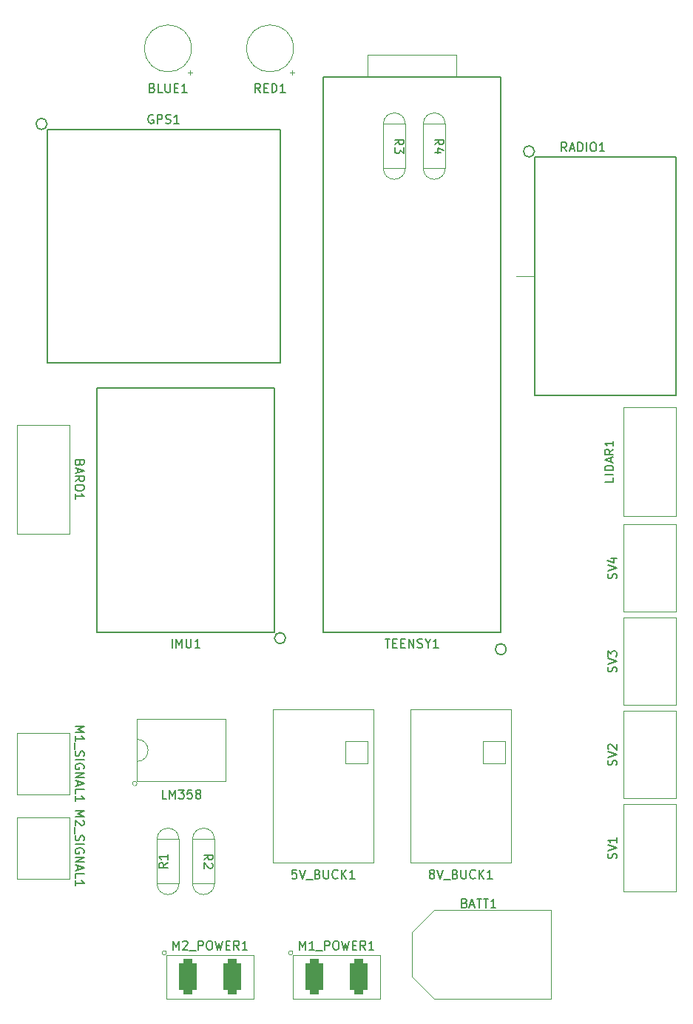
<source format=gto>
%TF.GenerationSoftware,KiCad,Pcbnew,(6.0.9)*%
%TF.CreationDate,2023-02-25T10:50:01-08:00*%
%TF.ProjectId,FlightBread,466c6967-6874-4427-9265-61642e6b6963,rev?*%
%TF.SameCoordinates,Original*%
%TF.FileFunction,Legend,Top*%
%TF.FilePolarity,Positive*%
%FSLAX46Y46*%
G04 Gerber Fmt 4.6, Leading zero omitted, Abs format (unit mm)*
G04 Created by KiCad (PCBNEW (6.0.9)) date 2023-02-25 10:50:01*
%MOMM*%
%LPD*%
G01*
G04 APERTURE LIST*
G04 Aperture macros list*
%AMRoundRect*
0 Rectangle with rounded corners*
0 $1 Rounding radius*
0 $2 $3 $4 $5 $6 $7 $8 $9 X,Y pos of 4 corners*
0 Add a 4 corners polygon primitive as box body*
4,1,4,$2,$3,$4,$5,$6,$7,$8,$9,$2,$3,0*
0 Add four circle primitives for the rounded corners*
1,1,$1+$1,$2,$3*
1,1,$1+$1,$4,$5*
1,1,$1+$1,$6,$7*
1,1,$1+$1,$8,$9*
0 Add four rect primitives between the rounded corners*
20,1,$1+$1,$2,$3,$4,$5,0*
20,1,$1+$1,$4,$5,$6,$7,0*
20,1,$1+$1,$6,$7,$8,$9,0*
20,1,$1+$1,$8,$9,$2,$3,0*%
G04 Aperture macros list end*
%ADD10C,0.150000*%
%ADD11C,0.120000*%
%ADD12C,0.203200*%
%ADD13C,1.524000*%
%ADD14C,1.800000*%
%ADD15C,6.000000*%
%ADD16C,0.600000*%
%ADD17RoundRect,0.500000X-0.500000X-1.500000X0.500000X-1.500000X0.500000X1.500000X-0.500000X1.500000X0*%
G04 APERTURE END LIST*
D10*
%TO.C,8V_BUCK1*%
X96163238Y-160916952D02*
X96068000Y-160869333D01*
X96020380Y-160821714D01*
X95972761Y-160726476D01*
X95972761Y-160678857D01*
X96020380Y-160583619D01*
X96068000Y-160536000D01*
X96163238Y-160488380D01*
X96353714Y-160488380D01*
X96448952Y-160536000D01*
X96496571Y-160583619D01*
X96544190Y-160678857D01*
X96544190Y-160726476D01*
X96496571Y-160821714D01*
X96448952Y-160869333D01*
X96353714Y-160916952D01*
X96163238Y-160916952D01*
X96068000Y-160964571D01*
X96020380Y-161012190D01*
X95972761Y-161107428D01*
X95972761Y-161297904D01*
X96020380Y-161393142D01*
X96068000Y-161440761D01*
X96163238Y-161488380D01*
X96353714Y-161488380D01*
X96448952Y-161440761D01*
X96496571Y-161393142D01*
X96544190Y-161297904D01*
X96544190Y-161107428D01*
X96496571Y-161012190D01*
X96448952Y-160964571D01*
X96353714Y-160916952D01*
X96829904Y-160488380D02*
X97163238Y-161488380D01*
X97496571Y-160488380D01*
X97591809Y-161583619D02*
X98353714Y-161583619D01*
X98925142Y-160964571D02*
X99068000Y-161012190D01*
X99115619Y-161059809D01*
X99163238Y-161155047D01*
X99163238Y-161297904D01*
X99115619Y-161393142D01*
X99068000Y-161440761D01*
X98972761Y-161488380D01*
X98591809Y-161488380D01*
X98591809Y-160488380D01*
X98925142Y-160488380D01*
X99020380Y-160536000D01*
X99068000Y-160583619D01*
X99115619Y-160678857D01*
X99115619Y-160774095D01*
X99068000Y-160869333D01*
X99020380Y-160916952D01*
X98925142Y-160964571D01*
X98591809Y-160964571D01*
X99591809Y-160488380D02*
X99591809Y-161297904D01*
X99639428Y-161393142D01*
X99687047Y-161440761D01*
X99782285Y-161488380D01*
X99972761Y-161488380D01*
X100068000Y-161440761D01*
X100115619Y-161393142D01*
X100163238Y-161297904D01*
X100163238Y-160488380D01*
X101210857Y-161393142D02*
X101163238Y-161440761D01*
X101020380Y-161488380D01*
X100925142Y-161488380D01*
X100782285Y-161440761D01*
X100687047Y-161345523D01*
X100639428Y-161250285D01*
X100591809Y-161059809D01*
X100591809Y-160916952D01*
X100639428Y-160726476D01*
X100687047Y-160631238D01*
X100782285Y-160536000D01*
X100925142Y-160488380D01*
X101020380Y-160488380D01*
X101163238Y-160536000D01*
X101210857Y-160583619D01*
X101639428Y-161488380D02*
X101639428Y-160488380D01*
X102210857Y-161488380D02*
X101782285Y-160916952D01*
X102210857Y-160488380D02*
X101639428Y-161059809D01*
X103163238Y-161488380D02*
X102591809Y-161488380D01*
X102877523Y-161488380D02*
X102877523Y-160488380D01*
X102782285Y-160631238D01*
X102687047Y-160726476D01*
X102591809Y-160774095D01*
%TO.C,BATT1*%
X100004761Y-164266571D02*
X100147619Y-164314190D01*
X100195238Y-164361809D01*
X100242857Y-164457047D01*
X100242857Y-164599904D01*
X100195238Y-164695142D01*
X100147619Y-164742761D01*
X100052380Y-164790380D01*
X99671428Y-164790380D01*
X99671428Y-163790380D01*
X100004761Y-163790380D01*
X100100000Y-163838000D01*
X100147619Y-163885619D01*
X100195238Y-163980857D01*
X100195238Y-164076095D01*
X100147619Y-164171333D01*
X100100000Y-164218952D01*
X100004761Y-164266571D01*
X99671428Y-164266571D01*
X100623809Y-164504666D02*
X101100000Y-164504666D01*
X100528571Y-164790380D02*
X100861904Y-163790380D01*
X101195238Y-164790380D01*
X101385714Y-163790380D02*
X101957142Y-163790380D01*
X101671428Y-164790380D02*
X101671428Y-163790380D01*
X102147619Y-163790380D02*
X102719047Y-163790380D01*
X102433333Y-164790380D02*
X102433333Y-163790380D01*
X103576190Y-164790380D02*
X103004761Y-164790380D01*
X103290476Y-164790380D02*
X103290476Y-163790380D01*
X103195238Y-163933238D01*
X103100000Y-164028476D01*
X103004761Y-164076095D01*
%TO.C,R2*%
X70151619Y-159345333D02*
X70627809Y-159012000D01*
X70151619Y-158773904D02*
X71151619Y-158773904D01*
X71151619Y-159154857D01*
X71104000Y-159250095D01*
X71056380Y-159297714D01*
X70961142Y-159345333D01*
X70818285Y-159345333D01*
X70723047Y-159297714D01*
X70675428Y-159250095D01*
X70627809Y-159154857D01*
X70627809Y-158773904D01*
X71056380Y-159726285D02*
X71104000Y-159773904D01*
X71151619Y-159869142D01*
X71151619Y-160107238D01*
X71104000Y-160202476D01*
X71056380Y-160250095D01*
X70961142Y-160297714D01*
X70865904Y-160297714D01*
X70723047Y-160250095D01*
X70151619Y-159678666D01*
X70151619Y-160297714D01*
%TO.C,R3*%
X91995619Y-77557333D02*
X92471809Y-77224000D01*
X91995619Y-76985904D02*
X92995619Y-76985904D01*
X92995619Y-77366857D01*
X92948000Y-77462095D01*
X92900380Y-77509714D01*
X92805142Y-77557333D01*
X92662285Y-77557333D01*
X92567047Y-77509714D01*
X92519428Y-77462095D01*
X92471809Y-77366857D01*
X92471809Y-76985904D01*
X92995619Y-77890666D02*
X92995619Y-78509714D01*
X92614666Y-78176380D01*
X92614666Y-78319238D01*
X92567047Y-78414476D01*
X92519428Y-78462095D01*
X92424190Y-78509714D01*
X92186095Y-78509714D01*
X92090857Y-78462095D01*
X92043238Y-78414476D01*
X91995619Y-78319238D01*
X91995619Y-78033523D01*
X92043238Y-77938285D01*
X92090857Y-77890666D01*
%TO.C,5V_BUCK1*%
X80748571Y-160488380D02*
X80272380Y-160488380D01*
X80224761Y-160964571D01*
X80272380Y-160916952D01*
X80367619Y-160869333D01*
X80605714Y-160869333D01*
X80700952Y-160916952D01*
X80748571Y-160964571D01*
X80796190Y-161059809D01*
X80796190Y-161297904D01*
X80748571Y-161393142D01*
X80700952Y-161440761D01*
X80605714Y-161488380D01*
X80367619Y-161488380D01*
X80272380Y-161440761D01*
X80224761Y-161393142D01*
X81081904Y-160488380D02*
X81415238Y-161488380D01*
X81748571Y-160488380D01*
X81843809Y-161583619D02*
X82605714Y-161583619D01*
X83177142Y-160964571D02*
X83320000Y-161012190D01*
X83367619Y-161059809D01*
X83415238Y-161155047D01*
X83415238Y-161297904D01*
X83367619Y-161393142D01*
X83320000Y-161440761D01*
X83224761Y-161488380D01*
X82843809Y-161488380D01*
X82843809Y-160488380D01*
X83177142Y-160488380D01*
X83272380Y-160536000D01*
X83320000Y-160583619D01*
X83367619Y-160678857D01*
X83367619Y-160774095D01*
X83320000Y-160869333D01*
X83272380Y-160916952D01*
X83177142Y-160964571D01*
X82843809Y-160964571D01*
X83843809Y-160488380D02*
X83843809Y-161297904D01*
X83891428Y-161393142D01*
X83939047Y-161440761D01*
X84034285Y-161488380D01*
X84224761Y-161488380D01*
X84320000Y-161440761D01*
X84367619Y-161393142D01*
X84415238Y-161297904D01*
X84415238Y-160488380D01*
X85462857Y-161393142D02*
X85415238Y-161440761D01*
X85272380Y-161488380D01*
X85177142Y-161488380D01*
X85034285Y-161440761D01*
X84939047Y-161345523D01*
X84891428Y-161250285D01*
X84843809Y-161059809D01*
X84843809Y-160916952D01*
X84891428Y-160726476D01*
X84939047Y-160631238D01*
X85034285Y-160536000D01*
X85177142Y-160488380D01*
X85272380Y-160488380D01*
X85415238Y-160536000D01*
X85462857Y-160583619D01*
X85891428Y-161488380D02*
X85891428Y-160488380D01*
X86462857Y-161488380D02*
X86034285Y-160916952D01*
X86462857Y-160488380D02*
X85891428Y-161059809D01*
X87415238Y-161488380D02*
X86843809Y-161488380D01*
X87129523Y-161488380D02*
X87129523Y-160488380D01*
X87034285Y-160631238D01*
X86939047Y-160726476D01*
X86843809Y-160774095D01*
%TO.C,M2_SIGNAL1*%
X55427619Y-153749904D02*
X56427619Y-153749904D01*
X55713333Y-154083238D01*
X56427619Y-154416571D01*
X55427619Y-154416571D01*
X56332380Y-154845142D02*
X56380000Y-154892761D01*
X56427619Y-154988000D01*
X56427619Y-155226095D01*
X56380000Y-155321333D01*
X56332380Y-155368952D01*
X56237142Y-155416571D01*
X56141904Y-155416571D01*
X55999047Y-155368952D01*
X55427619Y-154797523D01*
X55427619Y-155416571D01*
X55332380Y-155607047D02*
X55332380Y-156368952D01*
X55475238Y-156559428D02*
X55427619Y-156702285D01*
X55427619Y-156940380D01*
X55475238Y-157035619D01*
X55522857Y-157083238D01*
X55618095Y-157130857D01*
X55713333Y-157130857D01*
X55808571Y-157083238D01*
X55856190Y-157035619D01*
X55903809Y-156940380D01*
X55951428Y-156749904D01*
X55999047Y-156654666D01*
X56046666Y-156607047D01*
X56141904Y-156559428D01*
X56237142Y-156559428D01*
X56332380Y-156607047D01*
X56380000Y-156654666D01*
X56427619Y-156749904D01*
X56427619Y-156988000D01*
X56380000Y-157130857D01*
X55427619Y-157559428D02*
X56427619Y-157559428D01*
X56380000Y-158559428D02*
X56427619Y-158464190D01*
X56427619Y-158321333D01*
X56380000Y-158178476D01*
X56284761Y-158083238D01*
X56189523Y-158035619D01*
X55999047Y-157988000D01*
X55856190Y-157988000D01*
X55665714Y-158035619D01*
X55570476Y-158083238D01*
X55475238Y-158178476D01*
X55427619Y-158321333D01*
X55427619Y-158416571D01*
X55475238Y-158559428D01*
X55522857Y-158607047D01*
X55856190Y-158607047D01*
X55856190Y-158416571D01*
X55427619Y-159035619D02*
X56427619Y-159035619D01*
X55427619Y-159607047D01*
X56427619Y-159607047D01*
X55713333Y-160035619D02*
X55713333Y-160511809D01*
X55427619Y-159940380D02*
X56427619Y-160273714D01*
X55427619Y-160607047D01*
X55427619Y-161416571D02*
X55427619Y-160940380D01*
X56427619Y-160940380D01*
X55427619Y-162273714D02*
X55427619Y-161702285D01*
X55427619Y-161988000D02*
X56427619Y-161988000D01*
X56284761Y-161892761D01*
X56189523Y-161797523D01*
X56141904Y-161702285D01*
%TO.C,RADIO1*%
X111680857Y-78303380D02*
X111347523Y-77827190D01*
X111109428Y-78303380D02*
X111109428Y-77303380D01*
X111490380Y-77303380D01*
X111585619Y-77351000D01*
X111633238Y-77398619D01*
X111680857Y-77493857D01*
X111680857Y-77636714D01*
X111633238Y-77731952D01*
X111585619Y-77779571D01*
X111490380Y-77827190D01*
X111109428Y-77827190D01*
X112061809Y-78017666D02*
X112538000Y-78017666D01*
X111966571Y-78303380D02*
X112299904Y-77303380D01*
X112633238Y-78303380D01*
X112966571Y-78303380D02*
X112966571Y-77303380D01*
X113204666Y-77303380D01*
X113347523Y-77351000D01*
X113442761Y-77446238D01*
X113490380Y-77541476D01*
X113538000Y-77731952D01*
X113538000Y-77874809D01*
X113490380Y-78065285D01*
X113442761Y-78160523D01*
X113347523Y-78255761D01*
X113204666Y-78303380D01*
X112966571Y-78303380D01*
X113966571Y-78303380D02*
X113966571Y-77303380D01*
X114633238Y-77303380D02*
X114823714Y-77303380D01*
X114918952Y-77351000D01*
X115014190Y-77446238D01*
X115061809Y-77636714D01*
X115061809Y-77970047D01*
X115014190Y-78160523D01*
X114918952Y-78255761D01*
X114823714Y-78303380D01*
X114633238Y-78303380D01*
X114538000Y-78255761D01*
X114442761Y-78160523D01*
X114395142Y-77970047D01*
X114395142Y-77636714D01*
X114442761Y-77446238D01*
X114538000Y-77351000D01*
X114633238Y-77303380D01*
X116014190Y-78303380D02*
X115442761Y-78303380D01*
X115728476Y-78303380D02*
X115728476Y-77303380D01*
X115633238Y-77446238D01*
X115538000Y-77541476D01*
X115442761Y-77589095D01*
%TO.C,LM358*%
X65873523Y-152344380D02*
X65397333Y-152344380D01*
X65397333Y-151344380D01*
X66206857Y-152344380D02*
X66206857Y-151344380D01*
X66540190Y-152058666D01*
X66873523Y-151344380D01*
X66873523Y-152344380D01*
X67254476Y-151344380D02*
X67873523Y-151344380D01*
X67540190Y-151725333D01*
X67683047Y-151725333D01*
X67778285Y-151772952D01*
X67825904Y-151820571D01*
X67873523Y-151915809D01*
X67873523Y-152153904D01*
X67825904Y-152249142D01*
X67778285Y-152296761D01*
X67683047Y-152344380D01*
X67397333Y-152344380D01*
X67302095Y-152296761D01*
X67254476Y-152249142D01*
X68778285Y-151344380D02*
X68302095Y-151344380D01*
X68254476Y-151820571D01*
X68302095Y-151772952D01*
X68397333Y-151725333D01*
X68635428Y-151725333D01*
X68730666Y-151772952D01*
X68778285Y-151820571D01*
X68825904Y-151915809D01*
X68825904Y-152153904D01*
X68778285Y-152249142D01*
X68730666Y-152296761D01*
X68635428Y-152344380D01*
X68397333Y-152344380D01*
X68302095Y-152296761D01*
X68254476Y-152249142D01*
X69397333Y-151772952D02*
X69302095Y-151725333D01*
X69254476Y-151677714D01*
X69206857Y-151582476D01*
X69206857Y-151534857D01*
X69254476Y-151439619D01*
X69302095Y-151392000D01*
X69397333Y-151344380D01*
X69587809Y-151344380D01*
X69683047Y-151392000D01*
X69730666Y-151439619D01*
X69778285Y-151534857D01*
X69778285Y-151582476D01*
X69730666Y-151677714D01*
X69683047Y-151725333D01*
X69587809Y-151772952D01*
X69397333Y-151772952D01*
X69302095Y-151820571D01*
X69254476Y-151868190D01*
X69206857Y-151963428D01*
X69206857Y-152153904D01*
X69254476Y-152249142D01*
X69302095Y-152296761D01*
X69397333Y-152344380D01*
X69587809Y-152344380D01*
X69683047Y-152296761D01*
X69730666Y-152249142D01*
X69778285Y-152153904D01*
X69778285Y-151963428D01*
X69730666Y-151868190D01*
X69683047Y-151820571D01*
X69587809Y-151772952D01*
%TO.C,SV3*%
X117348761Y-137842476D02*
X117396380Y-137699619D01*
X117396380Y-137461523D01*
X117348761Y-137366285D01*
X117301142Y-137318666D01*
X117205904Y-137271047D01*
X117110666Y-137271047D01*
X117015428Y-137318666D01*
X116967809Y-137366285D01*
X116920190Y-137461523D01*
X116872571Y-137652000D01*
X116824952Y-137747238D01*
X116777333Y-137794857D01*
X116682095Y-137842476D01*
X116586857Y-137842476D01*
X116491619Y-137794857D01*
X116444000Y-137747238D01*
X116396380Y-137652000D01*
X116396380Y-137413904D01*
X116444000Y-137271047D01*
X116396380Y-136985333D02*
X117396380Y-136652000D01*
X116396380Y-136318666D01*
X116396380Y-136080571D02*
X116396380Y-135461523D01*
X116777333Y-135794857D01*
X116777333Y-135652000D01*
X116824952Y-135556761D01*
X116872571Y-135509142D01*
X116967809Y-135461523D01*
X117205904Y-135461523D01*
X117301142Y-135509142D01*
X117348761Y-135556761D01*
X117396380Y-135652000D01*
X117396380Y-135937714D01*
X117348761Y-136032952D01*
X117301142Y-136080571D01*
%TO.C,R4*%
X96567619Y-77557333D02*
X97043809Y-77224000D01*
X96567619Y-76985904D02*
X97567619Y-76985904D01*
X97567619Y-77366857D01*
X97520000Y-77462095D01*
X97472380Y-77509714D01*
X97377142Y-77557333D01*
X97234285Y-77557333D01*
X97139047Y-77509714D01*
X97091428Y-77462095D01*
X97043809Y-77366857D01*
X97043809Y-76985904D01*
X97234285Y-78414476D02*
X96567619Y-78414476D01*
X97615238Y-78176380D02*
X96900952Y-77938285D01*
X96900952Y-78557333D01*
%TO.C,SV1*%
X117348761Y-159178476D02*
X117396380Y-159035619D01*
X117396380Y-158797523D01*
X117348761Y-158702285D01*
X117301142Y-158654666D01*
X117205904Y-158607047D01*
X117110666Y-158607047D01*
X117015428Y-158654666D01*
X116967809Y-158702285D01*
X116920190Y-158797523D01*
X116872571Y-158988000D01*
X116824952Y-159083238D01*
X116777333Y-159130857D01*
X116682095Y-159178476D01*
X116586857Y-159178476D01*
X116491619Y-159130857D01*
X116444000Y-159083238D01*
X116396380Y-158988000D01*
X116396380Y-158749904D01*
X116444000Y-158607047D01*
X116396380Y-158321333D02*
X117396380Y-157988000D01*
X116396380Y-157654666D01*
X117396380Y-156797523D02*
X117396380Y-157368952D01*
X117396380Y-157083238D02*
X116396380Y-157083238D01*
X116539238Y-157178476D01*
X116634476Y-157273714D01*
X116682095Y-157368952D01*
%TO.C,SV2*%
X117348761Y-148510476D02*
X117396380Y-148367619D01*
X117396380Y-148129523D01*
X117348761Y-148034285D01*
X117301142Y-147986666D01*
X117205904Y-147939047D01*
X117110666Y-147939047D01*
X117015428Y-147986666D01*
X116967809Y-148034285D01*
X116920190Y-148129523D01*
X116872571Y-148320000D01*
X116824952Y-148415238D01*
X116777333Y-148462857D01*
X116682095Y-148510476D01*
X116586857Y-148510476D01*
X116491619Y-148462857D01*
X116444000Y-148415238D01*
X116396380Y-148320000D01*
X116396380Y-148081904D01*
X116444000Y-147939047D01*
X116396380Y-147653333D02*
X117396380Y-147320000D01*
X116396380Y-146986666D01*
X116491619Y-146700952D02*
X116444000Y-146653333D01*
X116396380Y-146558095D01*
X116396380Y-146320000D01*
X116444000Y-146224761D01*
X116491619Y-146177142D01*
X116586857Y-146129523D01*
X116682095Y-146129523D01*
X116824952Y-146177142D01*
X117396380Y-146748571D01*
X117396380Y-146129523D01*
%TO.C,TEENSY1*%
X90884761Y-134072380D02*
X91456190Y-134072380D01*
X91170476Y-135072380D02*
X91170476Y-134072380D01*
X91789523Y-134548571D02*
X92122857Y-134548571D01*
X92265714Y-135072380D02*
X91789523Y-135072380D01*
X91789523Y-134072380D01*
X92265714Y-134072380D01*
X92694285Y-134548571D02*
X93027619Y-134548571D01*
X93170476Y-135072380D02*
X92694285Y-135072380D01*
X92694285Y-134072380D01*
X93170476Y-134072380D01*
X93599047Y-135072380D02*
X93599047Y-134072380D01*
X94170476Y-135072380D01*
X94170476Y-134072380D01*
X94599047Y-135024761D02*
X94741904Y-135072380D01*
X94980000Y-135072380D01*
X95075238Y-135024761D01*
X95122857Y-134977142D01*
X95170476Y-134881904D01*
X95170476Y-134786666D01*
X95122857Y-134691428D01*
X95075238Y-134643809D01*
X94980000Y-134596190D01*
X94789523Y-134548571D01*
X94694285Y-134500952D01*
X94646666Y-134453333D01*
X94599047Y-134358095D01*
X94599047Y-134262857D01*
X94646666Y-134167619D01*
X94694285Y-134120000D01*
X94789523Y-134072380D01*
X95027619Y-134072380D01*
X95170476Y-134120000D01*
X95789523Y-134596190D02*
X95789523Y-135072380D01*
X95456190Y-134072380D02*
X95789523Y-134596190D01*
X96122857Y-134072380D01*
X96980000Y-135072380D02*
X96408571Y-135072380D01*
X96694285Y-135072380D02*
X96694285Y-134072380D01*
X96599047Y-134215238D01*
X96503809Y-134310476D01*
X96408571Y-134358095D01*
%TO.C,GPS1*%
X64341523Y-74176000D02*
X64246285Y-74128380D01*
X64103428Y-74128380D01*
X63960571Y-74176000D01*
X63865333Y-74271238D01*
X63817714Y-74366476D01*
X63770095Y-74556952D01*
X63770095Y-74699809D01*
X63817714Y-74890285D01*
X63865333Y-74985523D01*
X63960571Y-75080761D01*
X64103428Y-75128380D01*
X64198666Y-75128380D01*
X64341523Y-75080761D01*
X64389142Y-75033142D01*
X64389142Y-74699809D01*
X64198666Y-74699809D01*
X64817714Y-75128380D02*
X64817714Y-74128380D01*
X65198666Y-74128380D01*
X65293904Y-74176000D01*
X65341523Y-74223619D01*
X65389142Y-74318857D01*
X65389142Y-74461714D01*
X65341523Y-74556952D01*
X65293904Y-74604571D01*
X65198666Y-74652190D01*
X64817714Y-74652190D01*
X65770095Y-75080761D02*
X65912952Y-75128380D01*
X66151047Y-75128380D01*
X66246285Y-75080761D01*
X66293904Y-75033142D01*
X66341523Y-74937904D01*
X66341523Y-74842666D01*
X66293904Y-74747428D01*
X66246285Y-74699809D01*
X66151047Y-74652190D01*
X65960571Y-74604571D01*
X65865333Y-74556952D01*
X65817714Y-74509333D01*
X65770095Y-74414095D01*
X65770095Y-74318857D01*
X65817714Y-74223619D01*
X65865333Y-74176000D01*
X65960571Y-74128380D01*
X66198666Y-74128380D01*
X66341523Y-74176000D01*
X67293904Y-75128380D02*
X66722476Y-75128380D01*
X67008190Y-75128380D02*
X67008190Y-74128380D01*
X66912952Y-74271238D01*
X66817714Y-74366476D01*
X66722476Y-74414095D01*
%TO.C,LIDAR1*%
X117038380Y-115625333D02*
X117038380Y-116101523D01*
X116038380Y-116101523D01*
X117038380Y-115292000D02*
X116038380Y-115292000D01*
X117038380Y-114815809D02*
X116038380Y-114815809D01*
X116038380Y-114577714D01*
X116086000Y-114434857D01*
X116181238Y-114339619D01*
X116276476Y-114292000D01*
X116466952Y-114244380D01*
X116609809Y-114244380D01*
X116800285Y-114292000D01*
X116895523Y-114339619D01*
X116990761Y-114434857D01*
X117038380Y-114577714D01*
X117038380Y-114815809D01*
X116752666Y-113863428D02*
X116752666Y-113387238D01*
X117038380Y-113958666D02*
X116038380Y-113625333D01*
X117038380Y-113292000D01*
X117038380Y-112387238D02*
X116562190Y-112720571D01*
X117038380Y-112958666D02*
X116038380Y-112958666D01*
X116038380Y-112577714D01*
X116086000Y-112482476D01*
X116133619Y-112434857D01*
X116228857Y-112387238D01*
X116371714Y-112387238D01*
X116466952Y-112434857D01*
X116514571Y-112482476D01*
X116562190Y-112577714D01*
X116562190Y-112958666D01*
X117038380Y-111434857D02*
X117038380Y-112006285D01*
X117038380Y-111720571D02*
X116038380Y-111720571D01*
X116181238Y-111815809D01*
X116276476Y-111911047D01*
X116324095Y-112006285D01*
%TO.C,BLUE1*%
X64254285Y-71048571D02*
X64397142Y-71096190D01*
X64444761Y-71143809D01*
X64492380Y-71239047D01*
X64492380Y-71381904D01*
X64444761Y-71477142D01*
X64397142Y-71524761D01*
X64301904Y-71572380D01*
X63920952Y-71572380D01*
X63920952Y-70572380D01*
X64254285Y-70572380D01*
X64349523Y-70620000D01*
X64397142Y-70667619D01*
X64444761Y-70762857D01*
X64444761Y-70858095D01*
X64397142Y-70953333D01*
X64349523Y-71000952D01*
X64254285Y-71048571D01*
X63920952Y-71048571D01*
X65397142Y-71572380D02*
X64920952Y-71572380D01*
X64920952Y-70572380D01*
X65730476Y-70572380D02*
X65730476Y-71381904D01*
X65778095Y-71477142D01*
X65825714Y-71524761D01*
X65920952Y-71572380D01*
X66111428Y-71572380D01*
X66206666Y-71524761D01*
X66254285Y-71477142D01*
X66301904Y-71381904D01*
X66301904Y-70572380D01*
X66778095Y-71048571D02*
X67111428Y-71048571D01*
X67254285Y-71572380D02*
X66778095Y-71572380D01*
X66778095Y-70572380D01*
X67254285Y-70572380D01*
X68206666Y-71572380D02*
X67635238Y-71572380D01*
X67920952Y-71572380D02*
X67920952Y-70572380D01*
X67825714Y-70715238D01*
X67730476Y-70810476D01*
X67635238Y-70858095D01*
%TO.C,R1*%
X65992380Y-159678666D02*
X65516190Y-160012000D01*
X65992380Y-160250095D02*
X64992380Y-160250095D01*
X64992380Y-159869142D01*
X65040000Y-159773904D01*
X65087619Y-159726285D01*
X65182857Y-159678666D01*
X65325714Y-159678666D01*
X65420952Y-159726285D01*
X65468571Y-159773904D01*
X65516190Y-159869142D01*
X65516190Y-160250095D01*
X65992380Y-158726285D02*
X65992380Y-159297714D01*
X65992380Y-159012000D02*
X64992380Y-159012000D01*
X65135238Y-159107238D01*
X65230476Y-159202476D01*
X65278095Y-159297714D01*
%TO.C,IMU1*%
X66500571Y-135072380D02*
X66500571Y-134072380D01*
X66976761Y-135072380D02*
X66976761Y-134072380D01*
X67310095Y-134786666D01*
X67643428Y-134072380D01*
X67643428Y-135072380D01*
X68119619Y-134072380D02*
X68119619Y-134881904D01*
X68167238Y-134977142D01*
X68214857Y-135024761D01*
X68310095Y-135072380D01*
X68500571Y-135072380D01*
X68595809Y-135024761D01*
X68643428Y-134977142D01*
X68691047Y-134881904D01*
X68691047Y-134072380D01*
X69691047Y-135072380D02*
X69119619Y-135072380D01*
X69405333Y-135072380D02*
X69405333Y-134072380D01*
X69310095Y-134215238D01*
X69214857Y-134310476D01*
X69119619Y-134358095D01*
%TO.C,M2_POWER1*%
X66651714Y-169616380D02*
X66651714Y-168616380D01*
X66985047Y-169330666D01*
X67318380Y-168616380D01*
X67318380Y-169616380D01*
X67746952Y-168711619D02*
X67794571Y-168664000D01*
X67889809Y-168616380D01*
X68127904Y-168616380D01*
X68223142Y-168664000D01*
X68270761Y-168711619D01*
X68318380Y-168806857D01*
X68318380Y-168902095D01*
X68270761Y-169044952D01*
X67699333Y-169616380D01*
X68318380Y-169616380D01*
X68508857Y-169711619D02*
X69270761Y-169711619D01*
X69508857Y-169616380D02*
X69508857Y-168616380D01*
X69889809Y-168616380D01*
X69985047Y-168664000D01*
X70032666Y-168711619D01*
X70080285Y-168806857D01*
X70080285Y-168949714D01*
X70032666Y-169044952D01*
X69985047Y-169092571D01*
X69889809Y-169140190D01*
X69508857Y-169140190D01*
X70699333Y-168616380D02*
X70889809Y-168616380D01*
X70985047Y-168664000D01*
X71080285Y-168759238D01*
X71127904Y-168949714D01*
X71127904Y-169283047D01*
X71080285Y-169473523D01*
X70985047Y-169568761D01*
X70889809Y-169616380D01*
X70699333Y-169616380D01*
X70604095Y-169568761D01*
X70508857Y-169473523D01*
X70461238Y-169283047D01*
X70461238Y-168949714D01*
X70508857Y-168759238D01*
X70604095Y-168664000D01*
X70699333Y-168616380D01*
X71461238Y-168616380D02*
X71699333Y-169616380D01*
X71889809Y-168902095D01*
X72080285Y-169616380D01*
X72318380Y-168616380D01*
X72699333Y-169092571D02*
X73032666Y-169092571D01*
X73175523Y-169616380D02*
X72699333Y-169616380D01*
X72699333Y-168616380D01*
X73175523Y-168616380D01*
X74175523Y-169616380D02*
X73842190Y-169140190D01*
X73604095Y-169616380D02*
X73604095Y-168616380D01*
X73985047Y-168616380D01*
X74080285Y-168664000D01*
X74127904Y-168711619D01*
X74175523Y-168806857D01*
X74175523Y-168949714D01*
X74127904Y-169044952D01*
X74080285Y-169092571D01*
X73985047Y-169140190D01*
X73604095Y-169140190D01*
X75127904Y-169616380D02*
X74556476Y-169616380D01*
X74842190Y-169616380D02*
X74842190Y-168616380D01*
X74746952Y-168759238D01*
X74651714Y-168854476D01*
X74556476Y-168902095D01*
%TO.C,M1_SIGNAL1*%
X55427619Y-144097904D02*
X56427619Y-144097904D01*
X55713333Y-144431238D01*
X56427619Y-144764571D01*
X55427619Y-144764571D01*
X55427619Y-145764571D02*
X55427619Y-145193142D01*
X55427619Y-145478857D02*
X56427619Y-145478857D01*
X56284761Y-145383619D01*
X56189523Y-145288380D01*
X56141904Y-145193142D01*
X55332380Y-145955047D02*
X55332380Y-146716952D01*
X55475238Y-146907428D02*
X55427619Y-147050285D01*
X55427619Y-147288380D01*
X55475238Y-147383619D01*
X55522857Y-147431238D01*
X55618095Y-147478857D01*
X55713333Y-147478857D01*
X55808571Y-147431238D01*
X55856190Y-147383619D01*
X55903809Y-147288380D01*
X55951428Y-147097904D01*
X55999047Y-147002666D01*
X56046666Y-146955047D01*
X56141904Y-146907428D01*
X56237142Y-146907428D01*
X56332380Y-146955047D01*
X56380000Y-147002666D01*
X56427619Y-147097904D01*
X56427619Y-147336000D01*
X56380000Y-147478857D01*
X55427619Y-147907428D02*
X56427619Y-147907428D01*
X56380000Y-148907428D02*
X56427619Y-148812190D01*
X56427619Y-148669333D01*
X56380000Y-148526476D01*
X56284761Y-148431238D01*
X56189523Y-148383619D01*
X55999047Y-148336000D01*
X55856190Y-148336000D01*
X55665714Y-148383619D01*
X55570476Y-148431238D01*
X55475238Y-148526476D01*
X55427619Y-148669333D01*
X55427619Y-148764571D01*
X55475238Y-148907428D01*
X55522857Y-148955047D01*
X55856190Y-148955047D01*
X55856190Y-148764571D01*
X55427619Y-149383619D02*
X56427619Y-149383619D01*
X55427619Y-149955047D01*
X56427619Y-149955047D01*
X55713333Y-150383619D02*
X55713333Y-150859809D01*
X55427619Y-150288380D02*
X56427619Y-150621714D01*
X55427619Y-150955047D01*
X55427619Y-151764571D02*
X55427619Y-151288380D01*
X56427619Y-151288380D01*
X55427619Y-152621714D02*
X55427619Y-152050285D01*
X55427619Y-152336000D02*
X56427619Y-152336000D01*
X56284761Y-152240761D01*
X56189523Y-152145523D01*
X56141904Y-152050285D01*
%TO.C,BARO1*%
X55951428Y-113966857D02*
X55903809Y-114109714D01*
X55856190Y-114157333D01*
X55760952Y-114204952D01*
X55618095Y-114204952D01*
X55522857Y-114157333D01*
X55475238Y-114109714D01*
X55427619Y-114014476D01*
X55427619Y-113633523D01*
X56427619Y-113633523D01*
X56427619Y-113966857D01*
X56380000Y-114062095D01*
X56332380Y-114109714D01*
X56237142Y-114157333D01*
X56141904Y-114157333D01*
X56046666Y-114109714D01*
X55999047Y-114062095D01*
X55951428Y-113966857D01*
X55951428Y-113633523D01*
X55713333Y-114585904D02*
X55713333Y-115062095D01*
X55427619Y-114490666D02*
X56427619Y-114824000D01*
X55427619Y-115157333D01*
X55427619Y-116062095D02*
X55903809Y-115728761D01*
X55427619Y-115490666D02*
X56427619Y-115490666D01*
X56427619Y-115871619D01*
X56380000Y-115966857D01*
X56332380Y-116014476D01*
X56237142Y-116062095D01*
X56094285Y-116062095D01*
X55999047Y-116014476D01*
X55951428Y-115966857D01*
X55903809Y-115871619D01*
X55903809Y-115490666D01*
X56427619Y-116681142D02*
X56427619Y-116871619D01*
X56380000Y-116966857D01*
X56284761Y-117062095D01*
X56094285Y-117109714D01*
X55760952Y-117109714D01*
X55570476Y-117062095D01*
X55475238Y-116966857D01*
X55427619Y-116871619D01*
X55427619Y-116681142D01*
X55475238Y-116585904D01*
X55570476Y-116490666D01*
X55760952Y-116443047D01*
X56094285Y-116443047D01*
X56284761Y-116490666D01*
X56380000Y-116585904D01*
X56427619Y-116681142D01*
X55427619Y-118062095D02*
X55427619Y-117490666D01*
X55427619Y-117776380D02*
X56427619Y-117776380D01*
X56284761Y-117681142D01*
X56189523Y-117585904D01*
X56141904Y-117490666D01*
%TO.C,M1_POWER1*%
X81129714Y-169616380D02*
X81129714Y-168616380D01*
X81463047Y-169330666D01*
X81796380Y-168616380D01*
X81796380Y-169616380D01*
X82796380Y-169616380D02*
X82224952Y-169616380D01*
X82510666Y-169616380D02*
X82510666Y-168616380D01*
X82415428Y-168759238D01*
X82320190Y-168854476D01*
X82224952Y-168902095D01*
X82986857Y-169711619D02*
X83748761Y-169711619D01*
X83986857Y-169616380D02*
X83986857Y-168616380D01*
X84367809Y-168616380D01*
X84463047Y-168664000D01*
X84510666Y-168711619D01*
X84558285Y-168806857D01*
X84558285Y-168949714D01*
X84510666Y-169044952D01*
X84463047Y-169092571D01*
X84367809Y-169140190D01*
X83986857Y-169140190D01*
X85177333Y-168616380D02*
X85367809Y-168616380D01*
X85463047Y-168664000D01*
X85558285Y-168759238D01*
X85605904Y-168949714D01*
X85605904Y-169283047D01*
X85558285Y-169473523D01*
X85463047Y-169568761D01*
X85367809Y-169616380D01*
X85177333Y-169616380D01*
X85082095Y-169568761D01*
X84986857Y-169473523D01*
X84939238Y-169283047D01*
X84939238Y-168949714D01*
X84986857Y-168759238D01*
X85082095Y-168664000D01*
X85177333Y-168616380D01*
X85939238Y-168616380D02*
X86177333Y-169616380D01*
X86367809Y-168902095D01*
X86558285Y-169616380D01*
X86796380Y-168616380D01*
X87177333Y-169092571D02*
X87510666Y-169092571D01*
X87653523Y-169616380D02*
X87177333Y-169616380D01*
X87177333Y-168616380D01*
X87653523Y-168616380D01*
X88653523Y-169616380D02*
X88320190Y-169140190D01*
X88082095Y-169616380D02*
X88082095Y-168616380D01*
X88463047Y-168616380D01*
X88558285Y-168664000D01*
X88605904Y-168711619D01*
X88653523Y-168806857D01*
X88653523Y-168949714D01*
X88605904Y-169044952D01*
X88558285Y-169092571D01*
X88463047Y-169140190D01*
X88082095Y-169140190D01*
X89605904Y-169616380D02*
X89034476Y-169616380D01*
X89320190Y-169616380D02*
X89320190Y-168616380D01*
X89224952Y-168759238D01*
X89129714Y-168854476D01*
X89034476Y-168902095D01*
%TO.C,SV4*%
X117348761Y-127174476D02*
X117396380Y-127031619D01*
X117396380Y-126793523D01*
X117348761Y-126698285D01*
X117301142Y-126650666D01*
X117205904Y-126603047D01*
X117110666Y-126603047D01*
X117015428Y-126650666D01*
X116967809Y-126698285D01*
X116920190Y-126793523D01*
X116872571Y-126984000D01*
X116824952Y-127079238D01*
X116777333Y-127126857D01*
X116682095Y-127174476D01*
X116586857Y-127174476D01*
X116491619Y-127126857D01*
X116444000Y-127079238D01*
X116396380Y-126984000D01*
X116396380Y-126745904D01*
X116444000Y-126603047D01*
X116396380Y-126317333D02*
X117396380Y-125984000D01*
X116396380Y-125650666D01*
X116729714Y-124888761D02*
X117396380Y-124888761D01*
X116348761Y-125126857D02*
X117063047Y-125364952D01*
X117063047Y-124745904D01*
%TO.C,RED1*%
X76604952Y-71572380D02*
X76271619Y-71096190D01*
X76033523Y-71572380D02*
X76033523Y-70572380D01*
X76414476Y-70572380D01*
X76509714Y-70620000D01*
X76557333Y-70667619D01*
X76604952Y-70762857D01*
X76604952Y-70905714D01*
X76557333Y-71000952D01*
X76509714Y-71048571D01*
X76414476Y-71096190D01*
X76033523Y-71096190D01*
X77033523Y-71048571D02*
X77366857Y-71048571D01*
X77509714Y-71572380D02*
X77033523Y-71572380D01*
X77033523Y-70572380D01*
X77509714Y-70572380D01*
X77938285Y-71572380D02*
X77938285Y-70572380D01*
X78176380Y-70572380D01*
X78319238Y-70620000D01*
X78414476Y-70715238D01*
X78462095Y-70810476D01*
X78509714Y-71000952D01*
X78509714Y-71143809D01*
X78462095Y-71334285D01*
X78414476Y-71429523D01*
X78319238Y-71524761D01*
X78176380Y-71572380D01*
X77938285Y-71572380D01*
X79462095Y-71572380D02*
X78890666Y-71572380D01*
X79176380Y-71572380D02*
X79176380Y-70572380D01*
X79081142Y-70715238D01*
X78985904Y-70810476D01*
X78890666Y-70858095D01*
D11*
%TO.C,8V_BUCK1*%
X102108000Y-148336000D02*
X104648000Y-148336000D01*
X104648000Y-148336000D02*
X104648000Y-145796000D01*
X104648000Y-145796000D02*
X102108000Y-145796000D01*
X102108000Y-145796000D02*
X102108000Y-148336000D01*
X105318000Y-142126000D02*
X93818000Y-142126000D01*
X93818000Y-142126000D02*
X93818000Y-159626000D01*
X93818000Y-159626000D02*
X105318000Y-159626000D01*
X105318000Y-159626000D02*
X105318000Y-142126000D01*
%TO.C,BATT1*%
X109855000Y-175260000D02*
X109855000Y-165100000D01*
X96520000Y-175260000D02*
X109855000Y-175260000D01*
X93980000Y-167640000D02*
X96520000Y-165100000D01*
X93980000Y-172720000D02*
X96520000Y-175260000D01*
X109855000Y-165100000D02*
X96520000Y-165100000D01*
X93980000Y-167640000D02*
X93980000Y-172720000D01*
%TO.C,R2*%
X68854000Y-156972000D02*
X68854000Y-162052000D01*
X71354000Y-162052000D02*
X68854000Y-162052000D01*
X71354000Y-156972000D02*
X71354000Y-162052000D01*
X71354000Y-156972000D02*
X68854000Y-156972000D01*
X71354000Y-156972000D02*
G75*
G03*
X68854000Y-156972000I-1250000J0D01*
G01*
X68854000Y-162052000D02*
G75*
G03*
X71354000Y-162052000I1250000J0D01*
G01*
%TO.C,R3*%
X93198000Y-75184000D02*
X93198000Y-80264000D01*
X90698000Y-75184000D02*
X90698000Y-80264000D01*
X93198000Y-75184000D02*
X90698000Y-75184000D01*
X93198000Y-80264000D02*
X90698000Y-80264000D01*
X90698000Y-80264000D02*
G75*
G03*
X93198000Y-80264000I1250000J0D01*
G01*
X93198000Y-75184000D02*
G75*
G03*
X90698000Y-75184000I-1250000J0D01*
G01*
%TO.C,5V_BUCK1*%
X86360000Y-148336000D02*
X88900000Y-148336000D01*
X88900000Y-148336000D02*
X88900000Y-145796000D01*
X88900000Y-145796000D02*
X86360000Y-145796000D01*
X86360000Y-145796000D02*
X86360000Y-148336000D01*
X89570000Y-142126000D02*
X78070000Y-142126000D01*
X78070000Y-142126000D02*
X78070000Y-159626000D01*
X78070000Y-159626000D02*
X89570000Y-159626000D01*
X89570000Y-159626000D02*
X89570000Y-142126000D01*
%TO.C,M2_SIGNAL1*%
X48758000Y-161488000D02*
X54758000Y-161488000D01*
X54758000Y-161488000D02*
X54758000Y-154488000D01*
X54758000Y-154488000D02*
X48758000Y-154488000D01*
X48758000Y-154488000D02*
X48758000Y-161488000D01*
%TO.C,RADIO1*%
X107995875Y-92583000D02*
X105919425Y-92583000D01*
D12*
X107995875Y-106203750D02*
X124162975Y-106203750D01*
X124162975Y-106203750D02*
X124162975Y-78962250D01*
X124162975Y-78962250D02*
X107995875Y-78962250D01*
X107995875Y-78962250D02*
X107995875Y-106203750D01*
X107995875Y-78327250D02*
G75*
G03*
X107995875Y-78327250I-635000J0D01*
G01*
D11*
%TO.C,LM358*%
X62484000Y-150367000D02*
X72644000Y-150367000D01*
X72644000Y-150367000D02*
X72644000Y-143257000D01*
X72644000Y-143257000D02*
X62484000Y-143257000D01*
X62484000Y-143257000D02*
X62484000Y-150367000D01*
X62484000Y-148082000D02*
G75*
G03*
X62484000Y-145542000I0J1270000D01*
G01*
X62484000Y-150617000D02*
G75*
G03*
X62484000Y-150617000I-250000J0D01*
G01*
%TO.C,SV3*%
X124206000Y-136652000D02*
X124216000Y-136652000D01*
X124216000Y-141652000D02*
X118216000Y-141652000D01*
X118216000Y-141652000D02*
X118216000Y-131652000D01*
X118216000Y-131652000D02*
X124216000Y-131652000D01*
X124216000Y-131652000D02*
X124216000Y-141652000D01*
%TO.C,R4*%
X97770000Y-75184000D02*
X95270000Y-75184000D01*
X97770000Y-80264000D02*
X95270000Y-80264000D01*
X97770000Y-75184000D02*
X97770000Y-80264000D01*
X95270000Y-75184000D02*
X95270000Y-80264000D01*
X95270000Y-80264000D02*
G75*
G03*
X97770000Y-80264000I1250000J0D01*
G01*
X97770000Y-75184000D02*
G75*
G03*
X95270000Y-75184000I-1250000J0D01*
G01*
%TO.C,SV1*%
X124206000Y-157988000D02*
X124216000Y-157988000D01*
X124216000Y-162988000D02*
X118216000Y-162988000D01*
X118216000Y-162988000D02*
X118216000Y-152988000D01*
X118216000Y-152988000D02*
X124216000Y-152988000D01*
X124216000Y-152988000D02*
X124216000Y-162988000D01*
%TO.C,SV2*%
X124206000Y-147320000D02*
X124216000Y-147320000D01*
X124216000Y-152320000D02*
X118216000Y-152320000D01*
X118216000Y-152320000D02*
X118216000Y-142320000D01*
X118216000Y-142320000D02*
X124216000Y-142320000D01*
X124216000Y-142320000D02*
X124216000Y-152320000D01*
D12*
%TO.C,TEENSY1*%
X104140000Y-133350000D02*
X83820000Y-133350000D01*
X83820000Y-133350000D02*
X83820000Y-69850000D01*
X83820000Y-69850000D02*
X104140000Y-69850000D01*
X104140000Y-69850000D02*
X104140000Y-133350000D01*
D11*
X99060000Y-69850000D02*
X88900000Y-69850000D01*
X88900000Y-69850000D02*
X88900000Y-67310000D01*
X88900000Y-67310000D02*
X99060000Y-67310000D01*
X99060000Y-67310000D02*
X99060000Y-69850000D01*
D12*
X104775000Y-135255000D02*
G75*
G03*
X104775000Y-135255000I-635000J0D01*
G01*
%TO.C,GPS1*%
X52197000Y-75819000D02*
X78867000Y-75819000D01*
X78867000Y-75819000D02*
X78867000Y-102489000D01*
X78867000Y-102489000D02*
X52197000Y-102489000D01*
X52197000Y-102489000D02*
X52197000Y-75819000D01*
X52197000Y-75184000D02*
G75*
G03*
X52197000Y-75184000I-635000J0D01*
G01*
D11*
%TO.C,LIDAR1*%
X124216000Y-120042000D02*
X118216000Y-120042000D01*
X118216000Y-120042000D02*
X118216000Y-107542000D01*
X118216000Y-107542000D02*
X124216000Y-107542000D01*
X124216000Y-107542000D02*
X124216000Y-120042000D01*
%TO.C,BLUE1*%
X68790000Y-69298000D02*
X68290000Y-69298000D01*
X68540000Y-69548000D02*
X68540000Y-69048000D01*
X68720000Y-66548000D02*
G75*
G03*
X68720000Y-66548000I-2680000J0D01*
G01*
%TO.C,R1*%
X67290000Y-162052000D02*
X67290000Y-156972000D01*
X64790000Y-162052000D02*
X67290000Y-162052000D01*
X64790000Y-156972000D02*
X67290000Y-156972000D01*
X64790000Y-162052000D02*
X64790000Y-156972000D01*
X67290000Y-156972000D02*
G75*
G03*
X64790000Y-156972000I-1250000J0D01*
G01*
X64790000Y-162052000D02*
G75*
G03*
X67290000Y-162052000I1250000J0D01*
G01*
D12*
%TO.C,IMU1*%
X57912000Y-133350000D02*
X78232000Y-133350000D01*
X78232000Y-133350000D02*
X78232000Y-105410000D01*
X78232000Y-105410000D02*
X57912000Y-105410000D01*
X57912000Y-105410000D02*
X57912000Y-133350000D01*
X79502000Y-133985000D02*
G75*
G03*
X79502000Y-133985000I-635000J0D01*
G01*
D11*
%TO.C,M2_POWER1*%
X65866000Y-175220000D02*
X75866000Y-175220000D01*
X75866000Y-175220000D02*
X75866000Y-170220000D01*
X75866000Y-170220000D02*
X65866000Y-170220000D01*
X65866000Y-170220000D02*
X65866000Y-175220000D01*
X65866000Y-169970000D02*
G75*
G03*
X65866000Y-169970000I-250000J0D01*
G01*
%TO.C,M1_SIGNAL1*%
X48758000Y-151836000D02*
X54758000Y-151836000D01*
X54758000Y-151836000D02*
X54758000Y-144836000D01*
X54758000Y-144836000D02*
X48758000Y-144836000D01*
X48758000Y-144836000D02*
X48758000Y-151836000D01*
%TO.C,BARO1*%
X48758000Y-109574000D02*
X54758000Y-109574000D01*
X54758000Y-109574000D02*
X54758000Y-122074000D01*
X54758000Y-122074000D02*
X48758000Y-122074000D01*
X48758000Y-122074000D02*
X48758000Y-109574000D01*
%TO.C,M1_POWER1*%
X80344000Y-175220000D02*
X90344000Y-175220000D01*
X90344000Y-175220000D02*
X90344000Y-170220000D01*
X90344000Y-170220000D02*
X80344000Y-170220000D01*
X80344000Y-170220000D02*
X80344000Y-175220000D01*
X80344000Y-169970000D02*
G75*
G03*
X80344000Y-169970000I-250000J0D01*
G01*
%TO.C,SV4*%
X124206000Y-125984000D02*
X124216000Y-125984000D01*
X124216000Y-130984000D02*
X118216000Y-130984000D01*
X118216000Y-130984000D02*
X118216000Y-120984000D01*
X118216000Y-120984000D02*
X124216000Y-120984000D01*
X124216000Y-120984000D02*
X124216000Y-130984000D01*
%TO.C,RED1*%
X80224000Y-69548000D02*
X80224000Y-69048000D01*
X80474000Y-69298000D02*
X79974000Y-69298000D01*
X80404000Y-66548000D02*
G75*
G03*
X80404000Y-66548000I-2680000J0D01*
G01*
%TD*%
%LPC*%
D13*
%TO.C,8V_BUCK1*%
X104128000Y-158496000D03*
D14*
X95008000Y-158496000D03*
X95008000Y-143256000D03*
X104128000Y-143256000D03*
%TD*%
D15*
%TO.C,BATT1*%
X105100000Y-170180000D03*
X98100000Y-170180000D03*
%TD*%
D13*
%TO.C,R2*%
X70104000Y-154432000D03*
X70104000Y-164592000D03*
%TD*%
%TO.C,R3*%
X91948000Y-72644000D03*
X91948000Y-82804000D03*
%TD*%
%TO.C,5V_BUCK1*%
X88380000Y-158496000D03*
D14*
X79260000Y-158496000D03*
X79260000Y-143256000D03*
X88380000Y-143256000D03*
%TD*%
%TO.C,M2_SIGNAL1*%
X51308000Y-156718000D03*
X51308000Y-159258000D03*
%TD*%
%TO.C,RADIO1*%
X110999425Y-84963000D03*
X110999425Y-87503000D03*
X110999425Y-90043000D03*
X110999425Y-92583000D03*
X110999425Y-95123000D03*
X110999425Y-97663000D03*
X110999425Y-100203000D03*
X113539425Y-95123000D03*
X113539425Y-84963000D03*
X113539425Y-100203000D03*
X113539425Y-97663000D03*
X113539425Y-92583000D03*
X113539425Y-90043000D03*
X113539425Y-87503000D03*
X116079425Y-92583000D03*
X116079425Y-87503000D03*
X116079425Y-97663000D03*
X116079425Y-95123000D03*
X116079425Y-100203000D03*
X116079425Y-90043000D03*
X116079425Y-84963000D03*
%TD*%
D16*
%TO.C,LM358*%
X63754000Y-149352000D03*
X66294000Y-149352000D03*
X68834000Y-149352000D03*
X71374000Y-149352000D03*
X71374000Y-144272000D03*
X68834000Y-144272000D03*
X66294000Y-144272000D03*
X63754000Y-144272000D03*
%TD*%
D14*
%TO.C,SV3*%
X121666000Y-139192000D03*
X121666000Y-136652000D03*
X121666000Y-134112000D03*
%TD*%
D13*
%TO.C,R4*%
X96520000Y-72644000D03*
X96520000Y-82804000D03*
%TD*%
D14*
%TO.C,SV1*%
X121666000Y-160528000D03*
X121666000Y-157988000D03*
X121666000Y-155448000D03*
%TD*%
%TO.C,SV2*%
X121666000Y-149860000D03*
X121666000Y-147320000D03*
X121666000Y-144780000D03*
%TD*%
%TO.C,TEENSY1*%
X101600000Y-128270000D03*
X101600000Y-125730000D03*
X101600000Y-123190000D03*
X101600000Y-120650000D03*
X101600000Y-118110000D03*
X101600000Y-115570000D03*
X101600000Y-113030000D03*
X101600000Y-110490000D03*
X101600000Y-107950000D03*
X101600000Y-105410000D03*
X101600000Y-102870000D03*
X101600000Y-100330000D03*
X101600000Y-97790000D03*
X86360000Y-97790000D03*
X86360000Y-100330000D03*
X86360000Y-102870000D03*
X86360000Y-105410000D03*
X86360000Y-107950000D03*
X86360000Y-110490000D03*
X86360000Y-113030000D03*
X86360000Y-115570000D03*
X86360000Y-118110000D03*
X86360000Y-120650000D03*
X86360000Y-123190000D03*
X101600000Y-92710000D03*
X101600000Y-90170000D03*
X101600000Y-87630000D03*
X101600000Y-85090000D03*
X101600000Y-82550000D03*
X101600000Y-80010000D03*
X101600000Y-77470000D03*
X101600000Y-74930000D03*
X101600000Y-72390000D03*
X86360000Y-72390000D03*
X86360000Y-74930000D03*
X86360000Y-77470000D03*
X86360000Y-80010000D03*
X86360000Y-82550000D03*
X86360000Y-85090000D03*
X86360000Y-87630000D03*
X86360000Y-90170000D03*
X86360000Y-92710000D03*
X101600000Y-130810000D03*
X101600000Y-95250000D03*
X86360000Y-130810000D03*
X86360000Y-128270000D03*
X86360000Y-125730000D03*
X86360000Y-95250000D03*
%TD*%
%TO.C,GPS1*%
X54102000Y-78994000D03*
X54102000Y-81534000D03*
X54102000Y-84074000D03*
X54102000Y-86614000D03*
X54102000Y-89154000D03*
X54102000Y-91694000D03*
X54102000Y-94234000D03*
X54102000Y-96774000D03*
X76962000Y-84074000D03*
X76962000Y-86614000D03*
X76962000Y-89154000D03*
X76962000Y-91694000D03*
%TD*%
%TO.C,LIDAR1*%
X121666000Y-117602000D03*
X121666000Y-115062000D03*
X121666000Y-112522000D03*
X121666000Y-109982000D03*
%TD*%
%TO.C,BLUE1*%
X67310000Y-66548000D03*
X64770000Y-66548000D03*
%TD*%
D13*
%TO.C,R1*%
X66040000Y-164592000D03*
X66040000Y-154432000D03*
%TD*%
D14*
%TO.C,IMU1*%
X74422000Y-129540000D03*
X74422000Y-127000000D03*
X74422000Y-124460000D03*
X74422000Y-121920000D03*
X74422000Y-119380000D03*
X74422000Y-116840000D03*
X74422000Y-114300000D03*
X74422000Y-111760000D03*
X74422000Y-109220000D03*
X61722000Y-124460000D03*
X61722000Y-121920000D03*
X61722000Y-119380000D03*
X61722000Y-116840000D03*
X61722000Y-114300000D03*
%TD*%
D17*
%TO.C,M2_POWER1*%
X68326000Y-172720000D03*
X73406000Y-172720000D03*
%TD*%
D14*
%TO.C,M1_SIGNAL1*%
X51308000Y-147066000D03*
X51308000Y-149606000D03*
%TD*%
%TO.C,BARO1*%
X51308000Y-112014000D03*
X51308000Y-114554000D03*
X51308000Y-117094000D03*
X51308000Y-119634000D03*
%TD*%
D17*
%TO.C,M1_POWER1*%
X82804000Y-172720000D03*
X87884000Y-172720000D03*
%TD*%
D14*
%TO.C,SV4*%
X121666000Y-128524000D03*
X121666000Y-125984000D03*
X121666000Y-123444000D03*
%TD*%
%TO.C,RED1*%
X78994000Y-66548000D03*
X76454000Y-66548000D03*
%TD*%
M02*

</source>
